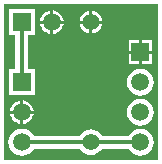
<source format=gbr>
G04 Layer_Physical_Order=2*
G04 Layer_Color=16711680*
%FSLAX26Y26*%
%MOIN*%
%TF.FileFunction,Copper,L2,Bot,Signal*%
%TF.Part,Single*%
G01*
G75*
%TA.AperFunction,Conductor*%
%ADD10C,0.012000*%
%TA.AperFunction,ComponentPad*%
%ADD11C,0.055118*%
%ADD12C,0.059055*%
%ADD13R,0.059055X0.059055*%
%ADD14R,0.059055X0.059055*%
G36*
X3450000Y1750000D02*
X2935000D01*
Y2270000D01*
X3450000D01*
Y1750000D01*
D02*
G37*
%LPC*%
G36*
X3390000Y2054912D02*
X3378376Y2053381D01*
X3367544Y2048895D01*
X3358243Y2041757D01*
X3351105Y2032456D01*
X3346619Y2021624D01*
X3345088Y2010000D01*
X3346619Y1998376D01*
X3351105Y1987544D01*
X3358243Y1978243D01*
X3367544Y1971105D01*
X3378376Y1966619D01*
X3390000Y1965088D01*
X3401624Y1966619D01*
X3412456Y1971105D01*
X3421757Y1978243D01*
X3428895Y1987544D01*
X3433381Y1998376D01*
X3434912Y2010000D01*
X3433381Y2021624D01*
X3428895Y2032456D01*
X3421757Y2041757D01*
X3412456Y2048895D01*
X3401624Y2053381D01*
X3390000Y2054912D01*
D02*
G37*
G36*
X3000000Y1949210D02*
Y1915000D01*
X3034210D01*
X3033510Y1920319D01*
X3029527Y1929934D01*
X3023191Y1938191D01*
X3014934Y1944527D01*
X3005319Y1948510D01*
X3000000Y1949210D01*
D02*
G37*
G36*
X3385000Y2105000D02*
X3350472D01*
Y2070472D01*
X3385000D01*
Y2105000D01*
D02*
G37*
G36*
X3039528Y2254528D02*
X2950472D01*
Y2165472D01*
X2973589D01*
Y2054528D01*
X2950472D01*
Y1965473D01*
X3039528D01*
Y2054528D01*
X3016411D01*
Y2165472D01*
X3039528D01*
Y2254528D01*
D02*
G37*
G36*
X2990000Y1949210D02*
X2984681Y1948510D01*
X2975066Y1944527D01*
X2966809Y1938191D01*
X2960473Y1929934D01*
X2956490Y1920319D01*
X2955790Y1915000D01*
X2990000D01*
Y1949210D01*
D02*
G37*
G36*
X3390000Y1954912D02*
X3378376Y1953381D01*
X3367544Y1948895D01*
X3358243Y1941757D01*
X3351105Y1932456D01*
X3346619Y1921624D01*
X3345088Y1910000D01*
X3346619Y1898376D01*
X3351105Y1887544D01*
X3358243Y1878243D01*
X3367544Y1871105D01*
X3378376Y1866619D01*
X3390000Y1865088D01*
X3401624Y1866619D01*
X3412456Y1871105D01*
X3421757Y1878243D01*
X3428895Y1887544D01*
X3433381Y1898376D01*
X3434912Y1910000D01*
X3433381Y1921624D01*
X3428895Y1932456D01*
X3421757Y1941757D01*
X3412456Y1948895D01*
X3401624Y1953381D01*
X3390000Y1954912D01*
D02*
G37*
G36*
Y1854912D02*
X3378376Y1853381D01*
X3367544Y1848895D01*
X3358243Y1841757D01*
X3351105Y1832456D01*
X3350673Y1831411D01*
X3262197D01*
X3262175Y1831463D01*
X3255353Y1840353D01*
X3246463Y1847175D01*
X3236110Y1851464D01*
X3225000Y1852926D01*
X3213890Y1851464D01*
X3203537Y1847175D01*
X3194647Y1840353D01*
X3187825Y1831463D01*
X3187803Y1831411D01*
X3034327D01*
X3033895Y1832456D01*
X3026757Y1841757D01*
X3017456Y1848895D01*
X3006624Y1853381D01*
X2995000Y1854912D01*
X2983376Y1853381D01*
X2972544Y1848895D01*
X2963243Y1841757D01*
X2956105Y1832456D01*
X2951619Y1821624D01*
X2950088Y1810000D01*
X2951619Y1798376D01*
X2956105Y1787544D01*
X2963243Y1778243D01*
X2972544Y1771105D01*
X2983376Y1766619D01*
X2995000Y1765088D01*
X3006624Y1766619D01*
X3017456Y1771105D01*
X3026757Y1778243D01*
X3033895Y1787544D01*
X3034327Y1788589D01*
X3187803D01*
X3187825Y1788537D01*
X3194647Y1779647D01*
X3203537Y1772825D01*
X3213890Y1768536D01*
X3225000Y1767074D01*
X3236110Y1768536D01*
X3246463Y1772825D01*
X3255353Y1779647D01*
X3262175Y1788537D01*
X3262197Y1788589D01*
X3350673D01*
X3351105Y1787544D01*
X3358243Y1778243D01*
X3367544Y1771105D01*
X3378376Y1766619D01*
X3390000Y1765088D01*
X3401624Y1766619D01*
X3412456Y1771105D01*
X3421757Y1778243D01*
X3428895Y1787544D01*
X3433381Y1798376D01*
X3434912Y1810000D01*
X3433381Y1821624D01*
X3428895Y1832456D01*
X3421757Y1841757D01*
X3412456Y1848895D01*
X3401624Y1853381D01*
X3390000Y1854912D01*
D02*
G37*
G36*
X3034210Y1905000D02*
X3000000D01*
Y1870790D01*
X3005319Y1871490D01*
X3014934Y1875473D01*
X3023191Y1881809D01*
X3029527Y1890066D01*
X3033510Y1899681D01*
X3034210Y1905000D01*
D02*
G37*
G36*
X2990000D02*
X2955790D01*
X2956490Y1899681D01*
X2960473Y1890066D01*
X2966809Y1881809D01*
X2975066Y1875473D01*
X2984681Y1871490D01*
X2990000Y1870790D01*
Y1905000D01*
D02*
G37*
G36*
X3429528Y2105000D02*
X3395000D01*
Y2070472D01*
X3429528D01*
Y2105000D01*
D02*
G37*
G36*
X3220000Y2247225D02*
X3215195Y2246592D01*
X3206058Y2242808D01*
X3198213Y2236787D01*
X3192192Y2228942D01*
X3188408Y2219805D01*
X3187775Y2215000D01*
X3220000D01*
Y2247225D01*
D02*
G37*
G36*
X3262225Y2205000D02*
X3230000D01*
Y2172775D01*
X3234805Y2173408D01*
X3243942Y2177192D01*
X3251787Y2183213D01*
X3257808Y2191058D01*
X3261592Y2200195D01*
X3262225Y2205000D01*
D02*
G37*
G36*
X3090000Y2249210D02*
X3084681Y2248510D01*
X3075066Y2244527D01*
X3066809Y2238191D01*
X3060473Y2229934D01*
X3056490Y2220319D01*
X3055790Y2215000D01*
X3090000D01*
Y2249210D01*
D02*
G37*
G36*
X3230000Y2247225D02*
Y2215000D01*
X3262225D01*
X3261592Y2219805D01*
X3257808Y2228942D01*
X3251787Y2236787D01*
X3243942Y2242808D01*
X3234805Y2246592D01*
X3230000Y2247225D01*
D02*
G37*
G36*
X3100000Y2249210D02*
Y2215000D01*
X3134210D01*
X3133510Y2220319D01*
X3129527Y2229934D01*
X3123191Y2238191D01*
X3114934Y2244527D01*
X3105319Y2248510D01*
X3100000Y2249210D01*
D02*
G37*
G36*
X3429528Y2149528D02*
X3395000D01*
Y2115000D01*
X3429528D01*
Y2149528D01*
D02*
G37*
G36*
X3385000D02*
X3350472D01*
Y2115000D01*
X3385000D01*
Y2149528D01*
D02*
G37*
G36*
X3090000Y2205000D02*
X3055790D01*
X3056490Y2199681D01*
X3060473Y2190066D01*
X3066809Y2181809D01*
X3075066Y2175473D01*
X3084681Y2171490D01*
X3090000Y2170790D01*
Y2205000D01*
D02*
G37*
G36*
X3220000D02*
X3187775D01*
X3188408Y2200195D01*
X3192192Y2191058D01*
X3198213Y2183213D01*
X3206058Y2177192D01*
X3215195Y2173408D01*
X3220000Y2172775D01*
Y2205000D01*
D02*
G37*
G36*
X3134210D02*
X3100000D01*
Y2170790D01*
X3105319Y2171490D01*
X3114934Y2175473D01*
X3123191Y2181809D01*
X3129527Y2190066D01*
X3133510Y2199681D01*
X3134210Y2205000D01*
D02*
G37*
%LPD*%
D10*
X2995000Y2010000D02*
Y2210000D01*
X3225000Y1810000D02*
X3390000D01*
X2995000D02*
X3225000D01*
D11*
Y2210000D02*
D03*
Y1810000D02*
D03*
D12*
X2995000D02*
D03*
Y1910000D02*
D03*
X3095000Y2210000D02*
D03*
X3390000Y2010000D02*
D03*
Y1910000D02*
D03*
Y1810000D02*
D03*
D13*
X2995000Y2010000D02*
D03*
X3390000Y2110000D02*
D03*
D14*
X2995000Y2210000D02*
D03*
%TF.MD5,898178a0cfdf7b702e8f4f5bc9adba84*%
M02*

</source>
